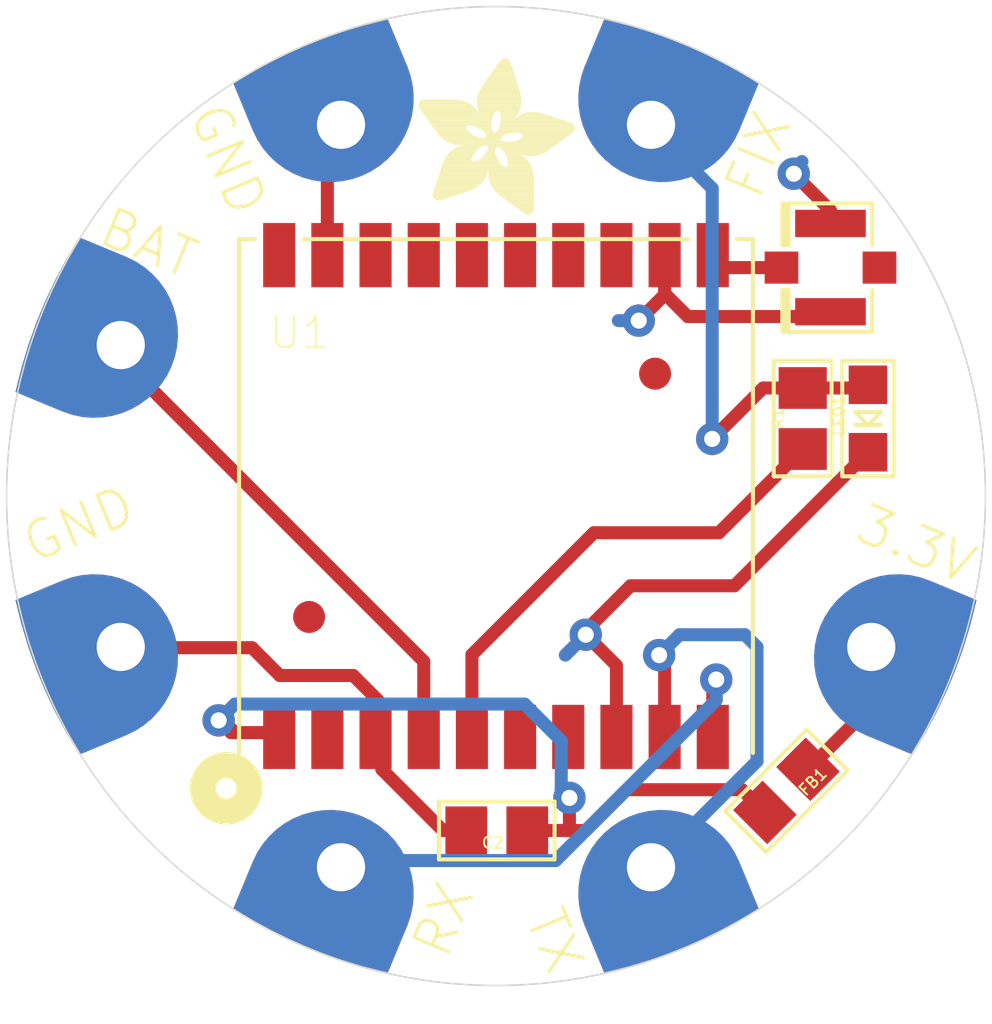
<source format=kicad_pcb>
(kicad_pcb (version 20211014) (generator pcbnew)
  (layers (0 "F.Cu" signal) (31 "B.Cu" signal) (34 "B.Paste" user) (35 "F.Paste" user) (36 "B.SilkS" user "B.Silkscreen") (37 "F.SilkS" user "F.Silkscreen") (38 "B.Mask" user) (39 "F.Mask" user) (44 "Edge.Cuts" user))
  (net 0 "")
  (net 1 "GND")
  (net 2 "3.3V")
  (net 3 "N$3")
  (net 4 "VBACKUP")
  (net 5 "N$4")
  (net 6 "N$1")
  (net 7 "N$2")
  (net 8 "RX")
  (net 9 "TX")
  (footprint "Adafruit Flora_GPS:SEWINGTAP_2.0" (layer "F.Cu") (at 160.1851 109.7026 -112.5)
    (fp_text reference "UNK3V3IN0" hide)
    (fp_text value "SEWTAP-2.0IN" hide)
    (fp_poly (pts (xy 1.097845 -2.657662) (xy 1.826708 -2.584729) (xy 2.6035 -2.467646) (xy 2.6035 -0.887081) (xy 2.584633 -0.575169) (xy 2.527959 -0.265914) (xy 2.434423 0.034255) (xy 2.305387 0.320961) (xy 2.142734 0.590022) (xy 1.948834 0.837517) (xy 1.726517 1.059834) (xy 1.479022 1.253734) (xy 1.209961 1.416387) (xy 0.923255 1.545423) (xy 0.623086 1.638959) (xy 0.313831 1.695633) (xy 0 1.714616) (xy -0.313831 1.695633) (xy -0.623086 1.638959) (xy -0.923255 1.545423) (xy -1.209961 1.416387) (xy -1.479022 1.253734) (xy -1.726517 1.059834) (xy -1.948834 0.837517) (xy -2.142734 0.590022) (xy -2.305387 0.320961) (xy -2.434423 0.034255) (xy -2.527959 -0.265914) (xy -2.584633 -0.575169) (xy -2.6035 -0.887081) (xy -2.6035 -2.467646) (xy -1.826708 -2.584729) (xy -1.097845 -2.657662) (xy -0.366252 -2.694174) (xy 0.366252 -2.694174)) (layer "F.Cu") (width 0) (fill solid))
    (fp_poly (pts (xy 1.097845 -2.657662) (xy 1.826708 -2.584729) (xy 2.6035 -2.467646) (xy 2.6035 -0.887081) (xy 2.584633 -0.575169) (xy 2.527959 -0.265914) (xy 2.434423 0.034255) (xy 2.305387 0.320961) (xy 2.142734 0.590022) (xy 1.948834 0.837517) (xy 1.726517 1.059834) (xy 1.479022 1.253734) (xy 1.209961 1.416387) (xy 0.923255 1.545423) (xy 0.623086 1.638959) (xy 0.313831 1.695633) (xy 0 1.714616) (xy -0.313831 1.695633) (xy -0.623086 1.638959) (xy -0.923255 1.545423) (xy -1.209961 1.416387) (xy -1.479022 1.253734) (xy -1.726517 1.059834) (xy -1.948834 0.837517) (xy -2.142734 0.590022) (xy -2.305387 0.320961) (xy -2.434423 0.034255) (xy -2.527959 -0.265914) (xy -2.584633 -0.575169) (xy -2.6035 -0.887081) (xy -2.6035 -2.467646) (xy -1.826708 -2.584729) (xy -1.097845 -2.657662) (xy -0.366252 -2.694174) (xy 0.366252 -2.694174)) (layer "B.Cu") (width 0) (fill solid))
    (pad "P$1" thru_hole circle (at 0 0 247.5) (size 2.54 2.54) (drill 1.5) (layers *.Cu *.Mask) (net 3 "N$3"))
  )
  (footprint "Adafruit Flora_GPS:SEWINGTAP_2.0" (layer "F.Cu") (at 153.3271 116.5606 -157.5)
    (fp_text reference "TX0" hide)
    (fp_text value "SEWTAP-2.0IN" hide)
    (fp_poly (pts (xy 1.097845 -2.657662) (xy 1.826708 -2.584729) (xy 2.6035 -2.467646) (xy 2.6035 -0.887081) (xy 2.584633 -0.575169) (xy 2.527959 -0.265914) (xy 2.434423 0.034255) (xy 2.305387 0.320961) (xy 2.142734 0.590022) (xy 1.948834 0.837517) (xy 1.726517 1.059834) (xy 1.479022 1.253734) (xy 1.209961 1.416387) (xy 0.923255 1.545423) (xy 0.623086 1.638959) (xy 0.313831 1.695633) (xy 0 1.714616) (xy -0.313831 1.695633) (xy -0.623086 1.638959) (xy -0.923255 1.545423) (xy -1.209961 1.416387) (xy -1.479022 1.253734) (xy -1.726517 1.059834) (xy -1.948834 0.837517) (xy -2.142734 0.590022) (xy -2.305387 0.320961) (xy -2.434423 0.034255) (xy -2.527959 -0.265914) (xy -2.584633 -0.575169) (xy -2.6035 -0.887081) (xy -2.6035 -2.467646) (xy -1.826708 -2.584729) (xy -1.097845 -2.657662) (xy -0.366252 -2.694174) (xy 0.366252 -2.694174)) (layer "F.Cu") (width 0) (fill solid))
    (fp_poly (pts (xy 1.097845 -2.657662) (xy 1.826708 -2.584729) (xy 2.6035 -2.467646) (xy 2.6035 -0.887081) (xy 2.584633 -0.575169) (xy 2.527959 -0.265914) (xy 2.434423 0.034255) (xy 2.305387 0.320961) (xy 2.142734 0.590022) (xy 1.948834 0.837517) (xy 1.726517 1.059834) (xy 1.479022 1.253734) (xy 1.209961 1.416387) (xy 0.923255 1.545423) (xy 0.623086 1.638959) (xy 0.313831 1.695633) (xy 0 1.714616) (xy -0.313831 1.695633) (xy -0.623086 1.638959) (xy -0.923255 1.545423) (xy -1.209961 1.416387) (xy -1.479022 1.253734) (xy -1.726517 1.059834) (xy -1.948834 0.837517) (xy -2.142734 0.590022) (xy -2.305387 0.320961) (xy -2.434423 0.034255) (xy -2.527959 -0.265914) (xy -2.584633 -0.575169) (xy -2.6035 -0.887081) (xy -2.6035 -2.467646) (xy -1.826708 -2.584729) (xy -1.097845 -2.657662) (xy -0.366252 -2.694174) (xy 0.366252 -2.694174)) (layer "B.Cu") (width 0) (fill solid))
    (pad "P$1" thru_hole circle (at 0 0 202.5) (size 2.54 2.54) (drill 1.5) (layers *.Cu *.Mask) (net 9 "TX"))
  )
  (footprint "Adafruit Flora_GPS:FIDUCIAL_1MM" (layer "F.Cu") (at 153.4541 101.1936)
    (fp_text reference "FID1" hide)
    (fp_text value "FIDUCIAL\"\"" hide)
    (pad "1" smd roundrect (at 0 0) (size 1 1) (layers "F.Cu") (roundrect_rratio 0.5))
  )
  (footprint "Adafruit Flora_GPS:0805" (layer "F.Cu") (at 158.0501 102.5906 -90)
    (fp_text reference "R1" (at -0.381 0.762 90) (layer "F.SilkS") (effects (font (size 0.346578 0.346578) (thickness 0.059822)) (justify right)))
    (fp_text value "1K")
    (pad "1" smd rect (at -0.95 0 270) (size 1.3 1.5) (layers "F.Cu" "F.Paste" "F.Mask") (net 6 "N$1"))
    (pad "2" smd rect (at 0.95 0 270) (size 1.3 1.5) (layers "F.Cu" "F.Paste" "F.Mask") (net 7 "N$2"))
  )
  (footprint "Adafruit Flora_GPS:ADAFRUIT_5MM" (layer "F.Cu") (at 146.0881 96.2406)
    (fp_text reference "U$6" hide)
    (fp_text value "" hide)
  )
  (footprint "Adafruit Flora_GPS:FGPMMOPA6H" (layer "F.Cu") (at 148.5011 105.0036 90)
    (fp_text reference "U1" (at 5.071 -7.111) (layer "F.SilkS") (effects (font (size 0.956178 0.956178) (thickness 0.059822)) (justify left)))
    (fp_text value "FGPMMOPA6H")
    (pad "" np_thru_hole circle (at 0.5 -0.85 90) (size 3 3) (drill 3) (layers *.Cu *.Mask))
    (pad "P$1" smd rect (at -7.5 -6.75 90) (size 2 1) (layers "F.Cu" "F.Paste" "F.Mask") (net 2 "3.3V"))
    (pad "P$2" smd rect (at -7.5 -5.25 90) (size 2 1) (layers "F.Cu" "F.Paste" "F.Mask"))
    (pad "P$3" smd rect (at -7.5 -3.75 90) (size 2 1) (layers "F.Cu" "F.Paste" "F.Mask") (net 1 "GND"))
    (pad "P$4" smd rect (at -7.5 -2.25 90) (size 2 1) (layers "F.Cu" "F.Paste" "F.Mask") (net 4 "VBACKUP"))
    (pad "P$5" smd rect (at -7.5 -0.75 90) (size 2 1) (layers "F.Cu" "F.Paste" "F.Mask") (net 7 "N$2"))
    (pad "P$6" smd rect (at -7.5 0.75 90) (size 2 1) (layers "F.Cu" "F.Paste" "F.Mask"))
    (pad "P$7" smd rect (at -7.5 2.25 90) (size 2 1) (layers "F.Cu" "F.Paste" "F.Mask"))
    (pad "P$8" smd rect (at -7.5 3.75 90) (size 2 1) (layers "F.Cu" "F.Paste" "F.Mask") (net 1 "GND"))
    (pad "P$9" smd rect (at -7.5 5.25 90) (size 2 1) (layers "F.Cu" "F.Paste" "F.Mask") (net 9 "TX"))
    (pad "P$10" smd rect (at -7.5 6.75 90) (size 2 1) (layers "F.Cu" "F.Paste" "F.Mask") (net 8 "RX"))
    (pad "P$11" smd rect (at 7.5 6.75 270) (size 2 1) (layers "F.Cu" "F.Paste" "F.Mask") (net 5 "N$4"))
    (pad "P$12" smd rect (at 7.5 5.25 270) (size 2 1) (layers "F.Cu" "F.Paste" "F.Mask") (net 1 "GND"))
    (pad "P$13" smd rect (at 7.5 3.75 270) (size 2 1) (layers "F.Cu" "F.Paste" "F.Mask"))
    (pad "P$14" smd rect (at 7.5 2.25 270) (size 2 1) (layers "F.Cu" "F.Paste" "F.Mask"))
    (pad "P$15" smd rect (at 7.5 0.75 270) (size 2 1) (layers "F.Cu" "F.Paste" "F.Mask"))
    (pad "P$16" smd rect (at 7.5 -0.75 270) (size 2 1) (layers "F.Cu" "F.Paste" "F.Mask"))
    (pad "P$17" smd rect (at 7.5 -2.25 270) (size 2 1) (layers "F.Cu" "F.Paste" "F.Mask"))
    (pad "P$18" smd rect (at 7.5 -3.75 270) (size 2 1) (layers "F.Cu" "F.Paste" "F.Mask"))
    (pad "P$19" smd rect (at 7.5 -5.25 270) (size 2 1) (layers "F.Cu" "F.Paste" "F.Mask") (net 1 "GND"))
    (pad "P$20" smd rect (at 7.5 -6.75 270) (size 2 1) (layers "F.Cu" "F.Paste" "F.Mask"))
  )
  (footprint "Adafruit Flora_GPS:FIDUCIAL_1MM" (layer "F.Cu") (at 142.6821 108.7686)
    (fp_text reference "FID2" hide)
    (fp_text value "FIDUCIAL\"\"" hide)
    (pad "1" smd roundrect (at 0 0) (size 1 1) (layers "F.Cu") (roundrect_rratio 0.5))
  )
  (footprint "Adafruit Flora_GPS:CHIPLED_0805" (layer "F.Cu") (at 160.0821 102.5906 180)
    (fp_text reference "LED1" (at 0.889 0.762 90) (layer "F.SilkS") (effects (font (size 0.346578 0.346578) (thickness 0.059822)) (justify right)))
    (fp_text value "FIX")
    (pad "A" smd rect (at 0 1.05 180) (size 1.2 1.2) (layers "F.Cu" "F.Paste" "F.Mask") (net 6 "N$1"))
    (pad "C" smd rect (at 0 -1.05 180) (size 1.2 1.2) (layers "F.Cu" "F.Paste" "F.Mask") (net 1 "GND"))
  )
  (footprint "Adafruit Flora_GPS:SEWINGTAP_2.0" (layer "F.Cu") (at 153.3271 93.4466 -22.5)
    (fp_text reference "TP4" hide)
    (fp_text value "SEWTAP-2.0IN" hide)
    (fp_poly (pts (xy 1.097845 -2.657662) (xy 1.826708 -2.584729) (xy 2.6035 -2.467646) (xy 2.6035 -0.887081) (xy 2.584633 -0.575169) (xy 2.527959 -0.265914) (xy 2.434423 0.034255) (xy 2.305387 0.320961) (xy 2.142734 0.590022) (xy 1.948834 0.837517) (xy 1.726517 1.059834) (xy 1.479022 1.253734) (xy 1.209961 1.416387) (xy 0.923255 1.545423) (xy 0.623086 1.638959) (xy 0.313831 1.695633) (xy 0 1.714616) (xy -0.313831 1.695633) (xy -0.623086 1.638959) (xy -0.923255 1.545423) (xy -1.209961 1.416387) (xy -1.479022 1.253734) (xy -1.726517 1.059834) (xy -1.948834 0.837517) (xy -2.142734 0.590022) (xy -2.305387 0.320961) (xy -2.434423 0.034255) (xy -2.527959 -0.265914) (xy -2.584633 -0.575169) (xy -2.6035 -0.887081) (xy -2.6035 -2.467646) (xy -1.826708 -2.584729) (xy -1.097845 -2.657662) (xy -0.366252 -2.694174) (xy 0.366252 -2.694174)) (layer "F.Cu") (width 0) (fill solid))
    (fp_poly (pts (xy 1.097845 -2.657662) (xy 1.826708 -2.584729) (xy 2.6035 -2.467646) (xy 2.6035 -0.887081) (xy 2.584633 -0.575169) (xy 2.527959 -0.265914) (xy 2.434423 0.034255) (xy 2.305387 0.320961) (xy 2.142734 0.590022) (xy 1.948834 0.837517) (xy 1.726517 1.059834) (xy 1.479022 1.253734) (xy 1.209961 1.416387) (xy 0.923255 1.545423) (xy 0.623086 1.638959) (xy 0.313831 1.695633) (xy 0 1.714616) (xy -0.313831 1.695633) (xy -0.623086 1.638959) (xy -0.923255 1.545423) (xy -1.209961 1.416387) (xy -1.479022 1.253734) (xy -1.726517 1.059834) (xy -1.948834 0.837517) (xy -2.142734 0.590022) (xy -2.305387 0.320961) (xy -2.434423 0.034255) (xy -2.527959 -0.265914) (xy -2.584633 -0.575169) (xy -2.6035 -0.887081) (xy -2.6035 -2.467646) (xy -1.826708 -2.584729) (xy -1.097845 -2.657662) (xy -0.366252 -2.694174) (xy 0.366252 -2.694174)) (layer "B.Cu") (width 0) (fill solid))
    (pad "P$1" thru_hole circle (at 0 0 337.5) (size 2.54 2.54) (drill 1.5) (layers *.Cu *.Mask) (net 6 "N$1"))
  )
  (footprint "Adafruit Flora_GPS:SEWINGTAP_2.0" (layer "F.Cu") (at 143.6751 93.4466 22.5)
    (fp_text reference "GND1" hide)
    (fp_text value "SEWTAP-2.0IN" hide)
    (fp_poly (pts (xy 1.097845 -2.657662) (xy 1.826708 -2.584729) (xy 2.6035 -2.467646) (xy 2.6035 -0.887081) (xy 2.584633 -0.575169) (xy 2.527959 -0.265914) (xy 2.434423 0.034255) (xy 2.305387 0.320961) (xy 2.142734 0.590022) (xy 1.948834 0.837517) (xy 1.726517 1.059834) (xy 1.479022 1.253734) (xy 1.209961 1.416387) (xy 0.923255 1.545423) (xy 0.623086 1.638959) (xy 0.313831 1.695633) (xy 0 1.714616) (xy -0.313831 1.695633) (xy -0.623086 1.638959) (xy -0.923255 1.545423) (xy -1.209961 1.416387) (xy -1.479022 1.253734) (xy -1.726517 1.059834) (xy -1.948834 0.837517) (xy -2.142734 0.590022) (xy -2.305387 0.320961) (xy -2.434423 0.034255) (xy -2.527959 -0.265914) (xy -2.584633 -0.575169) (xy -2.6035 -0.887081) (xy -2.6035 -2.467646) (xy -1.826708 -2.584729) (xy -1.097845 -2.657662) (xy -0.366252 -2.694174) (xy 0.366252 -2.694174)) (layer "F.Cu") (width 0) (fill solid))
    (fp_poly (pts (xy 1.097845 -2.657662) (xy 1.826708 -2.584729) (xy 2.6035 -2.467646) (xy 2.6035 -0.887081) (xy 2.584633 -0.575169) (xy 2.527959 -0.265914) (xy 2.434423 0.034255) (xy 2.305387 0.320961) (xy 2.142734 0.590022) (xy 1.948834 0.837517) (xy 1.726517 1.059834) (xy 1.479022 1.253734) (xy 1.209961 1.416387) (xy 0.923255 1.545423) (xy 0.623086 1.638959) (xy 0.313831 1.695633) (xy 0 1.714616) (xy -0.313831 1.695633) (xy -0.623086 1.638959) (xy -0.923255 1.545423) (xy -1.209961 1.416387) (xy -1.479022 1.253734) (xy -1.726517 1.059834) (xy -1.948834 0.837517) (xy -2.142734 0.590022) (xy -2.305387 0.320961) (xy -2.434423 0.034255) (xy -2.527959 -0.265914) (xy -2.584633 -0.575169) (xy -2.6035 -0.887081) (xy -2.6035 -2.467646) (xy -1.826708 -2.584729) (xy -1.097845 -2.657662) (xy -0.366252 -2.694174) (xy 0.366252 -2.694174)) (layer "B.Cu") (width 0) (fill solid))
    (pad "P$1" thru_hole circle (at 0 0 22.5) (size 2.54 2.54) (drill 1.5) (layers *.Cu *.Mask) (net 1 "GND"))
  )
  (footprint "Adafruit Flora_GPS:U.FL" (layer "F.Cu") (at 158.9151 97.8916 180)
    (fp_text reference "U$20" hide)
    (fp_text value "U.FL" hide)
    (pad "P$1" smd rect (at 0 -1.375 180) (size 2.2 0.85) (layers "F.Cu" "F.Paste" "F.Mask") (net 1 "GND"))
    (pad "P$2" smd rect (at 0 1.375 180) (size 2.2 0.85) (layers "F.Cu" "F.Paste" "F.Mask") (net 1 "GND"))
    (pad "P$3" smd rect (at 1.525 0 180) (size 1.05 1) (layers "F.Cu" "F.Paste" "F.Mask") (net 5 "N$4"))
    (pad "P$4" smd rect (at -1.525 0 180) (size 1.05 1) (layers "F.Cu" "F.Paste" "F.Mask"))
  )
  (footprint "Adafruit Flora_GPS:0805" (layer "F.Cu") (at 157.544093 114.183234 -135)
    (fp_text reference "FB1" (at -0.254002 -0.380998 -135) (layer "F.SilkS") (effects (font (size 0.346578 0.346578) (thickness 0.059822)) (justify left)))
    (fp_text value "Ferrite")
    (pad "1" smd rect (at -0.95 0 225) (size 1.3 1.5) (layers "F.Cu" "F.Paste" "F.Mask") (net 3 "N$3"))
    (pad "2" smd rect (at 0.95 0 225) (size 1.3 1.5) (layers "F.Cu" "F.Paste" "F.Mask") (net 2 "3.3V"))
  )
  (footprint "Adafruit Flora_GPS:SEWINGTAP_2.0" (layer "F.Cu") (at 136.8171 109.7026 112.5)
    (fp_text reference "GND0" hide)
    (fp_text value "SEWTAP-2.0IN" hide)
    (fp_poly (pts (xy 1.097845 -2.657662) (xy 1.826708 -2.584729) (xy 2.6035 -2.467646) (xy 2.6035 -0.887081) (xy 2.584633 -0.575169) (xy 2.527959 -0.265914) (xy 2.434423 0.034255) (xy 2.305387 0.320961) (xy 2.142734 0.590022) (xy 1.948834 0.837517) (xy 1.726517 1.059834) (xy 1.479022 1.253734) (xy 1.209961 1.416387) (xy 0.923255 1.545423) (xy 0.623086 1.638959) (xy 0.313831 1.695633) (xy 0 1.714616) (xy -0.313831 1.695633) (xy -0.623086 1.638959) (xy -0.923255 1.545423) (xy -1.209961 1.416387) (xy -1.479022 1.253734) (xy -1.726517 1.059834) (xy -1.948834 0.837517) (xy -2.142734 0.590022) (xy -2.305387 0.320961) (xy -2.434423 0.034255) (xy -2.527959 -0.265914) (xy -2.584633 -0.575169) (xy -2.6035 -0.887081) (xy -2.6035 -2.467646) (xy -1.826708 -2.584729) (xy -1.097845 -2.657662) (xy -0.366252 -2.694174) (xy 0.366252 -2.694174)) (layer "F.Cu") (width 0) (fill solid))
    (fp_poly (pts (xy 1.097845 -2.657662) (xy 1.826708 -2.584729) (xy 2.6035 -2.467646) (xy 2.6035 -0.887081) (xy 2.584633 -0.575169) (xy 2.527959 -0.265914) (xy 2.434423 0.034255) (xy 2.305387 0.320961) (xy 2.142734 0.590022) (xy 1.948834 0.837517) (xy 1.726517 1.059834) (xy 1.479022 1.253734) (xy 1.209961 1.416387) (xy 0.923255 1.545423) (xy 0.623086 1.638959) (xy 0.313831 1.695633) (xy 0 1.714616) (xy -0.313831 1.695633) (xy -0.623086 1.638959) (xy -0.923255 1.545423) (xy -1.209961 1.416387) (xy -1.479022 1.253734) (xy -1.726517 1.059834) (xy -1.948834 0.837517) (xy -2.142734 0.590022) (xy -2.305387 0.320961) (xy -2.434423 0.034255) (xy -2.527959 -0.265914) (xy -2.584633 -0.575169) (xy -2.6035 -0.887081) (xy -2.6035 -2.467646) (xy -1.826708 -2.584729) (xy -1.097845 -2.657662) (xy -0.366252 -2.694174) (xy 0.366252 -2.694174)) (layer "B.Cu") (width 0) (fill solid))
    (pad "P$1" thru_hole circle (at 0 0 112.5) (size 2.54 2.54) (drill 1.5) (layers *.Cu *.Mask) (net 1 "GND"))
  )
  (footprint "Adafruit Flora_GPS:SEWINGTAP_2.0" (layer "F.Cu") (at 143.6751 116.5606 157.5)
    (fp_text reference "RX0" hide)
    (fp_text value "SEWTAP-2.0IN" hide)
    (fp_poly (pts (xy 1.097845 -2.657662) (xy 1.826708 -2.584729) (xy 2.6035 -2.467646) (xy 2.6035 -0.887081) (xy 2.584633 -0.575169) (xy 2.527959 -0.265914) (xy 2.434423 0.034255) (xy 2.305387 0.320961) (xy 2.142734 0.590022) (xy 1.948834 0.837517) (xy 1.726517 1.059834) (xy 1.479022 1.253734) (xy 1.209961 1.416387) (xy 0.923255 1.545423) (xy 0.623086 1.638959) (xy 0.313831 1.695633) (xy 0 1.714616) (xy -0.313831 1.695633) (xy -0.623086 1.638959) (xy -0.923255 1.545423) (xy -1.209961 1.416387) (xy -1.479022 1.253734) (xy -1.726517 1.059834) (xy -1.948834 0.837517) (xy -2.142734 0.590022) (xy -2.305387 0.320961) (xy -2.434423 0.034255) (xy -2.527959 -0.265914) (xy -2.584633 -0.575169) (xy -2.6035 -0.887081) (xy -2.6035 -2.467646) (xy -1.826708 -2.584729) (xy -1.097845 -2.657662) (xy -0.366252 -2.694174) (xy 0.366252 -2.694174)) (layer "F.Cu") (width 0) (fill solid))
    (fp_poly (pts (xy 1.097845 -2.657662) (xy 1.826708 -2.584729) (xy 2.6035 -2.467646) (xy 2.6035 -0.887081) (xy 2.584633 -0.575169) (xy 2.527959 -0.265914) (xy 2.434423 0.034255) (xy 2.305387 0.320961) (xy 2.142734 0.590022) (xy 1.948834 0.837517) (xy 1.726517 1.059834) (xy 1.479022 1.253734) (xy 1.209961 1.416387) (xy 0.923255 1.545423) (xy 0.623086 1.638959) (xy 0.313831 1.695633) (xy 0 1.714616) (xy -0.313831 1.695633) (xy -0.623086 1.638959) (xy -0.923255 1.545423) (xy -1.209961 1.416387) (xy -1.479022 1.253734) (xy -1.726517 1.059834) (xy -1.948834 0.837517) (xy -2.142734 0.590022) (xy -2.305387 0.320961) (xy -2.434423 0.034255) (xy -2.527959 -0.265914) (xy -2.584633 -0.575169) (xy -2.6035 -0.887081) (xy -2.6035 -2.467646) (xy -1.826708 -2.584729) (xy -1.097845 -2.657662) (xy -0.366252 -2.694174) (xy 0.366252 -2.694174)) (layer "B.Cu") (width 0) (fill solid))
    (pad "P$1" thru_hole circle (at 0 0 157.5) (size 2.54 2.54) (drill 1.5) (layers *.Cu *.Mask) (net 8 "RX"))
  )
  (footprint "Adafruit Flora_GPS:SEWINGTAP_2.0" (layer "F.Cu") (at 136.8171 100.3046 67.5)
    (fp_text reference "TP1" hide)
    (fp_text value "SEWTAP-2.0IN" hide)
    (fp_poly (pts (xy 1.097845 -2.657662) (xy 1.826708 -2.584729) (xy 2.6035 -2.467646) (xy 2.6035 -0.887081) (xy 2.584633 -0.575169) (xy 2.527959 -0.265914) (xy 2.434423 0.034255) (xy 2.305387 0.320961) (xy 2.142734 0.590022) (xy 1.948834 0.837517) (xy 1.726517 1.059834) (xy 1.479022 1.253734) (xy 1.209961 1.416387) (xy 0.923255 1.545423) (xy 0.623086 1.638959) (xy 0.313831 1.695633) (xy 0 1.714616) (xy -0.313831 1.695633) (xy -0.623086 1.638959) (xy -0.923255 1.545423) (xy -1.209961 1.416387) (xy -1.479022 1.253734) (xy -1.726517 1.059834) (xy -1.948834 0.837517) (xy -2.142734 0.590022) (xy -2.305387 0.320961) (xy -2.434423 0.034255) (xy -2.527959 -0.265914) (xy -2.584633 -0.575169) (xy -2.6035 -0.887081) (xy -2.6035 -2.467646) (xy -1.826708 -2.584729) (xy -1.097845 -2.657662) (xy -0.366252 -2.694174) (xy 0.366252 -2.694174)) (layer "F.Cu") (width 0) (fill solid))
    (fp_poly (pts (xy 1.097845 -2.657662) (xy 1.826708 -2.584729) (xy 2.6035 -2.467646) (xy 2.6035 -0.887081) (xy 2.584633 -0.575169) (xy 2.527959 -0.265914) (xy 2.434423 0.034255) (xy 2.305387 0.320961) (xy 2.142734 0.590022) (xy 1.948834 0.837517) (xy 1.726517 1.059834) (xy 1.479022 1.253734) (xy 1.209961 1.416387) (xy 0.923255 1.545423) (xy 0.623086 1.638959) (xy 0.313831 1.695633) (xy 0 1.714616) (xy -0.313831 1.695633) (xy -0.623086 1.638959) (xy -0.923255 1.545423) (xy -1.209961 1.416387) (xy -1.479022 1.253734) (xy -1.726517 1.059834) (xy -1.948834 0.837517) (xy -2.142734 0.590022) (xy -2.305387 0.320961) (xy -2.434423 0.034255) (xy -2.527959 -0.265914) (xy -2.584633 -0.575169) (xy -2.6035 -0.887081) (xy -2.6035 -2.467646) (xy -1.826708 -2.584729) (xy -1.097845 -2.657662) (xy -0.366252 -2.694174) (xy 0.366252 -2.694174)) (layer "B.Cu") (width 0) (fill solid))
    (pad "P$1" thru_hole circle (at 0 0 67.5) (size 2.54 2.54) (drill 1.5) (layers *.Cu *.Mask) (net 4 "VBACKUP"))
  )
  (footprint "Adafruit Flora_GPS:0805" (layer "F.Cu") (at 148.5251 115.4176 180)
    (fp_text reference "C2" (at -0.254 -0.381) (layer "F.SilkS") (effects (font (size 0.346578 0.346578) (thickness 0.059822)) (justify right)))
    (fp_text value "10uF")
    (pad "1" smd rect (at -0.95 0 180) (size 1.3 1.5) (layers "F.Cu" "F.Paste" "F.Mask") (net 2 "3.3V"))
    (pad "2" smd rect (at 0.95 0 180) (size 1.3 1.5) (layers "F.Cu" "F.Paste" "F.Mask") (net 1 "GND"))
  )
  (footprint "Adafruit Flora_GPS:FLORASMALL" (layer "B.Cu") (at 158.0261 97.2566 -90)
    (fp_text reference "U$7" hide)
    (fp_text value "" hide)
  )
  (gr_arc (start 148.5011 120.2436) (mid 137.724793 115.779907) (end 133.2611 105.0036) (layer "Edge.Cuts") (width 0.05))
  (gr_arc (start 148.5011 89.7636) (mid 159.277407 94.227293) (end 163.7411 105.0036) (layer "Edge.Cuts") (width 0.05))
  (gr_arc (start 163.7411 105.0036) (mid 159.277407 115.779907) (end 148.5011 120.2436) (layer "Edge.Cuts") (width 0.05))
  (gr_arc (start 133.2611 105.0036) (mid 137.724793 94.227293) (end 148.5011 89.7636) (layer "Edge.Cuts") (width 0.05))
  (gr_text "TX" (at 151.362237 119.5686 292.5) (layer "F.SilkS") (effects (font (size 1.1684 1.1684) (thickness 0.1016)) (justify right top)))
  (gr_text "BAT" (at 135.946904 97.1586 337.5) (layer "F.SilkS") (effects (font (size 1.1684 1.1684) (thickness 0.1016)) (justify left bottom)))
  (gr_text "FIX" (at 156.767093 95.938266 67.5) (layer "F.SilkS") (effects (font (size 1.1684 1.1684) (thickness 0.1016)) (justify left bottom)))
  (gr_text "GND" (at 134.063629 107.232393 22.5) (layer "F.SilkS") (effects (font (size 1.1684 1.1684) (thickness 0.1016)) (justify left bottom)))
  (gr_text "3.3V" (at 163.644956 106.633403 337.5) (layer "F.SilkS") (effects (font (size 1.1684 1.1684) (thickness 0.1016)) (justify right top)))
  (gr_text "GND" (at 141.486835 95.966472 292.5) (layer "F.SilkS") (effects (font (size 1.1684 1.1684) (thickness 0.1016)) (justify right top)))
  (gr_text "RX" (at 147.035904 119.570462 67.5) (layer "F.SilkS") (effects (font (size 1.1684 1.1684) (thickness 0.1016)) (justify left bottom)))
  (segment (start 158.9151 96.5166) (end 158.9151 96.1136) (width 0.4064) (layer "F.Cu") (net 1))
  (segment (start 154.4701 99.4156) (end 153.7511 98.6966) (width 0.4064) (layer "F.Cu") (net 1))
  (segment (start 146.8501 115.4176) (end 144.9451 113.5126) (width 0.4064) (layer "F.Cu") (net 1))
  (segment (start 140.903988 109.725487) (end 141.7701 110.5916) (width 0.4064) (layer "F.Cu") (net 1))
  (segment (start 147.5751 115.4176) (end 146.8501 115.4176) (width 0.4064) (layer "F.Cu") (net 1))
  (segment (start 143.2511 97.5036) (end 143.2511 93.4466) (width 0.4064) (layer "F.Cu") (net 1))
  (segment (start 153.7511 97.5036) (end 153.7511 98.7376) (width 0.4064) (layer "F.Cu") (net 1))
  (segment (start 158.9151 96.1136) (end 157.7721 94.9706) (width 0.4064) (layer "F.Cu") (net 1))
  (segment (start 155.9251 107.7976) (end 152.6921 107.7976) (width 0.4064) (layer "F.Cu") (net 1))
  (segment (start 136.8171 109.725487) (end 136.8171 109.7026) (width 0.4064) (layer "F.Cu") (net 1))
  (segment (start 141.7701 110.5916) (end 144.0561 110.5916) (width 0.4064) (layer "F.Cu") (net 1))
  (segment (start 152.2511 110.2776) (end 151.2951 109.3216) (width 0.4064) (layer "F.Cu") (net 1))
  (segment (start 153.7511 98.7376) (end 152.9461 99.5426) (width 0.4064) (layer "F.Cu") (net 1))
  (segment (start 153.7511 98.6966) (end 153.7511 97.5036) (width 0.4064) (layer "F.Cu") (net 1))
  (segment (start 143.2511 93.4466) (end 143.6751 93.4466) (width 0.4064) (layer "F.Cu") (net 1))
  (segment (start 152.2511 112.5036) (end 152.2511 110.2776) (width 0.4064) (layer "F.Cu") (net 1))
  (segment (start 144.9451 112.6976) (end 144.7511 112.5036) (width 0.4064) (layer "F.Cu") (net 1))
  (segment (start 144.8181 112.4366) (end 144.7511 112.5036) (width 0.4064) (layer "F.Cu") (net 1))
  (segment (start 144.9451 113.5126) (end 144.9451 112.6976) (width 0.4064) (layer "F.Cu") (net 1))
  (segment (start 140.903988 109.725487) (end 136.8171 109.725487) (width 0.4064) (layer "F.Cu") (net 1))
  (segment (start 152.6921 107.7976) (end 151.2951 109.1946) (width 0.4064) (layer "F.Cu") (net 1))
  (segment (start 144.0561 110.5916) (end 144.8181 111.3536) (width 0.4064) (layer "F.Cu") (net 1))
  (segment (start 151.2951 109.1946) (end 151.2951 109.3216) (width 0.4064) (layer "F.Cu") (net 1))
  (segment (start 144.8181 111.3536) (end 144.8181 112.4366) (width 0.4064) (layer "F.Cu") (net 1))
  (segment (start 158.9151 99.4156) (end 158.9151 99.2666) (width 0.4064) (layer "F.Cu") (net 1))
  (segment (start 160.0821 103.6406) (end 155.9251 107.7976) (width 0.4064) (layer "F.Cu") (net 1))
  (segment (start 158.9151 99.4156) (end 154.4701 99.4156) (width 0.4064) (layer "F.Cu") (net 1))
  (via (at 157.7721 94.9706) (size 1.008) (drill 0.5) (layers "F.Cu" "B.Cu") (net 1))
  (via (at 151.2951 109.3216) (size 1.008) (drill 0.5) (layers "F.Cu" "B.Cu") (net 1))
  (via (at 152.9461 99.5426) (size 1.008) (drill 0.5) (layers "F.Cu" "B.Cu") (net 1))
  (segment (start 157.7721 94.8436) (end 158.0261 94.5896) (width 0.4064) (layer "B.Cu") (net 1))
  (segment (start 157.7721 94.9706) (end 157.7721 94.8436) (width 0.4064) (layer "B.Cu") (net 1))
  (segment (start 152.9461 99.5426) (end 152.3111 99.5426) (width 0.4064) (layer "B.Cu") (net 1))
  (segment (start 151.2951 109.3216) (end 150.6601 109.9566) (width 0.4064) (layer "B.Cu") (net 1))
  (segment (start 140.3731 112.3696) (end 140.2461 112.3696) (width 0.4064) (layer "F.Cu") (net 2))
  (segment (start 139.9921 111.9886) (end 140.3731 112.3696) (width 0.4064) (layer "F.Cu") (net 2))
  (segment (start 156.164956 114.1476) (end 152.5651 114.1476) (width 0.4064) (layer "F.Cu") (net 2))
  (segment (start 139.8651 111.9886) (end 139.9921 111.9886) (width 0.4064) (layer "F.Cu") (net 2))
  (segment (start 141.6171 112.3696) (end 140.3731 112.3696) (width 0.4064) (layer "F.Cu") (net 2))
  (segment (start 156.87234 114.854984) (end 156.164956 114.1476) (width 0.4064) (layer "F.Cu") (net 2))
  (segment (start 151.2951 115.4176) (end 150.6601 115.4176) (width 0.4064) (layer "F.Cu") (net 2))
  (segment (start 150.7871 115.2906) (end 150.6601 115.4176) (width 0.4064) (layer "F.Cu") (net 2))
  (segment (start 141.7511 112.5036) (end 141.6171 112.3696) (width 0.4064) (layer "F.Cu") (net 2))
  (segment (start 150.7871 114.4016) (end 150.7871 115.2906) (width 0.4064) (layer "F.Cu") (net 2))
  (segment (start 152.5651 114.1476) (end 151.2951 115.4176) (width 0.4064) (layer "F.Cu") (net 2))
  (segment (start 150.6601 115.4176) (end 149.4751 115.4176) (width 0.4064) (layer "F.Cu") (net 2))
  (via (at 139.8651 111.9886) (size 1.008) (drill 0.5) (layers "F.Cu" "B.Cu") (net 2))
  (via (at 150.7871 114.4016) (size 1.008) (drill 0.5) (layers "F.Cu" "B.Cu") (net 2))
  (segment (start 149.3901 111.4806) (end 150.5331 112.6236) (width 0.4064) (layer "B.Cu") (net 2))
  (segment (start 150.5331 112.6236) (end 150.5331 114.1476) (width 0.4064) (layer "B.Cu") (net 2))
  (segment (start 140.3731 111.4806) (end 139.8651 111.9886) (width 0.4064) (layer "B.Cu") (net 2))
  (segment (start 150.5331 114.1476) (end 150.7871 114.4016) (width 0.4064) (layer "B.Cu") (net 2))
  (segment (start 140.3731 111.4806) (end 149.3901 111.4806) (width 0.4064) (layer "B.Cu") (net 2))
  (segment (start 160.1851 111.542225) (end 160.1851 109.7026) (width 0.4064) (layer "F.Cu") (net 3))
  (segment (start 158.215843 113.511481) (end 160.1851 111.542225) (width 0.4064) (layer "F.Cu") (net 3))
  (segment (start 146.2511 110.150528) (end 136.8171 100.716529) (width 0.4064) (layer "F.Cu") (net 4))
  (segment (start 146.2511 112.5036) (end 146.2511 110.150528) (width 0.4064) (layer "F.Cu") (net 4))
  (segment (start 136.8171 100.716529) (end 136.8171 100.3046) (width 0.4064) (layer "F.Cu") (net 4))
  (segment (start 155.6391 97.8916) (end 155.2511 97.5036) (width 0.4064) (layer "F.Cu") (net 5))
  (segment (start 157.3901 97.8916) (end 155.6391 97.8916) (width 0.4064) (layer "F.Cu") (net 5))
  (segment (start 156.8171 101.6406) (end 155.2321 103.2256) (width 0.4064) (layer "F.Cu") (net 6))
  (segment (start 159.9821 101.6406) (end 160.0821 101.5406) (width 0.4064) (layer "F.Cu") (net 6))
  (segment (start 158.0501 101.6406) (end 156.8171 101.6406) (width 0.4064) (layer "F.Cu") (net 6))
  (segment (start 158.0501 101.6406) (end 159.9821 101.6406) (width 0.4064) (layer "F.Cu") (net 6))
  (via (at 155.2321 103.2256) (size 1.008) (drill 0.5) (layers "F.Cu" "B.Cu") (net 6))
  (segment (start 155.2321 103.2256) (end 155.2321 95.425047) (width 0.4064) (layer "B.Cu") (net 6))
  (segment (start 155.2321 95.425047) (end 153.3271 93.520047) (width 0.4064) (layer "B.Cu") (net 6))
  (segment (start 153.3271 93.520047) (end 153.3271 93.4466) (width 0.4064) (layer "B.Cu") (net 6))
  (segment (start 147.7511 112.5036) (end 147.7511 109.9446) (width 0.4064) (layer "F.Cu") (net 7))
  (segment (start 151.5491 106.1466) (end 155.4441 106.1466) (width 0.4064) (layer "F.Cu") (net 7))
  (segment (start 155.4441 106.1466) (end 158.0501 103.5406) (width 0.4064) (layer "F.Cu") (net 7))
  (segment (start 147.7511 109.9446) (end 151.5491 106.1466) (width 0.4064) (layer "F.Cu") (net 7))
  (segment (start 155.3591 110.7186) (end 155.2511 110.8266) (width 0.4064) (layer "F.Cu") (net 8))
  (segment (start 155.2511 110.8266) (end 155.2511 112.5036) (width 0.4064) (layer "F.Cu") (net 8))
  (via (at 155.3591 110.7186) (size 1.008) (drill 0.5) (layers "F.Cu" "B.Cu") (net 8))
  (segment (start 143.6751 116.352887) (end 143.6751 116.5606) (width 0.4064) (layer "B.Cu") (net 8))
  (segment (start 150.359812 116.352887) (end 155.3591 111.3536) (width 0.4064) (layer "B.Cu") (net 8))
  (segment (start 150.359812 116.352887) (end 143.6751 116.352887) (width 0.4064) (layer "B.Cu") (net 8))
  (segment (start 155.3591 111.3536) (end 155.3591 110.7186) (width 0.4064) (layer "B.Cu") (net 8))
  (segment (start 153.5811 109.9566) (end 153.7511 110.1266) (width 0.4064) (layer "F.Cu") (net 9))
  (segment (start 153.7511 110.1266) (end 153.7511 112.5036) (width 0.4064) (layer "F.Cu") (net 9))
  (via (at 153.5811 109.9566) (size 1.008) (drill 0.5) (layers "F.Cu" "B.Cu") (net 9))
  (segment (start 156.2481 109.3216) (end 154.2161 109.3216) (width 0.4064) (layer "B.Cu") (net 9))
  (segment (start 156.6291 113.2586) (end 153.3271 116.5606) (width 0.4064) (layer "B.Cu") (net 9))
  (segment (start 156.6291 113.2586) (end 156.6291 109.7026) (width 0.4064) (layer "B.Cu") (net 9))
  (segment (start 156.6291 109.7026) (end 156.2481 109.3216) (width 0.4064) (layer "B.Cu") (net 9))
  (segment (start 154.2161 109.3216) (end 153.5811 109.9566) (width 0.4064) (layer "B.Cu") (net 9))
)
</source>
